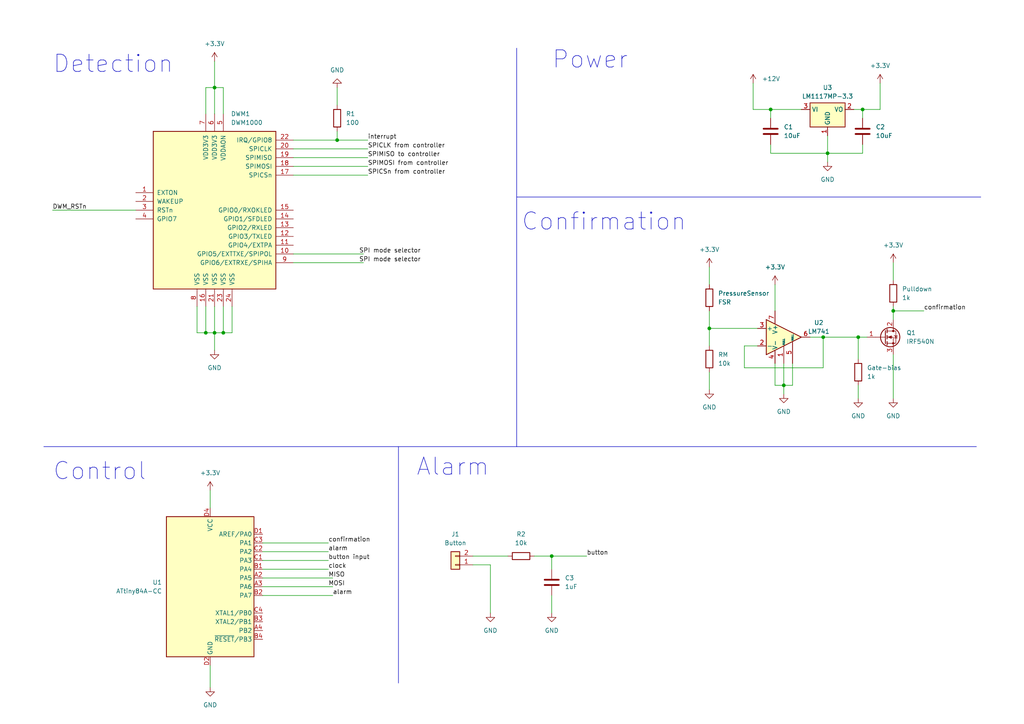
<source format=kicad_sch>
(kicad_sch (version 20230121) (generator eeschema)
  (paper "A4")
  (lib_symbols
    (symbol "Amplifier_Operational:LM741" (pin_names (offset 0.127))
      (property "Reference" "U" (at 0 6.35 0))
      (property "Value" "LM741" (at 0 3.81 0))
      (symbol "LM741_0_1"
        (polyline (pts (xy -5.08 5.08) (xy 5.08 0) (xy -5.08 -5.08) (xy -5.08 5.08)) (stroke (width 0.254)) (fill (type background)))
      )
      (symbol "LM741_1_1"
        (pin input line (at 0 -7.62 90) (length 5.08) (name "NULL") (number "1"))
        (pin input line (at -7.62 -2.54 0) (length 2.54) (name "-") (number "2"))
        (pin input line (at -7.62 2.54 0) (length 2.54) (name "+") (number "3"))
        (pin power_in line (at -2.54 -7.62 90) (length 3.81) (name "V-") (number "4"))
        (pin input line (at 2.54 -7.62 90) (length 6.35) (name "NULL") (number "5"))
        (pin output line (at 7.62 0 180) (length 2.54) (name "~") (number "6"))
        (pin power_in line (at -2.54 7.62 270) (length 3.81) (name "V+") (number "7"))
        (pin no_connect line (at 0 2.54 270) (length 2.54) hide (name "NC") (number "8"))
      )
    )
    (symbol "Connector_Generic:Conn_01x02" (pin_names (offset 1.016) hide)
      (property "Reference" "J" (at 0 2.54 0))
      (property "Value" "Conn_01x02" (at 0 -5.08 0))
      (symbol "Conn_01x02_1_1"
        (rectangle (start -1.27 -2.413) (end 0 -2.667) (stroke (width 0.1524)))
        (rectangle (start -1.27 0.127) (end 0 -0.127) (stroke (width 0.1524)))
        (rectangle (start -1.27 1.27) (end 1.27 -3.81) (stroke (width 0.254)) (fill (type background)))
        (pin passive line (at -5.08 0 0) (length 3.81) (name "Pin_1") (number "1"))
        (pin passive line (at -5.08 -2.54 0) (length 3.81) (name "Pin_2") (number "2"))
      )
    )
    (symbol "Device:C" (pin_numbers hide) (pin_names (offset 0.254))
      (property "Reference" "C" (at 0.635 2.54 0))
      (property "Value" "C" (at 0.635 -2.54 0))
      (symbol "C_0_1"
        (polyline (pts (xy -2.032 -0.762) (xy 2.032 -0.762)) (stroke (width 0.508)))
        (polyline (pts (xy -2.032 0.762) (xy 2.032 0.762)) (stroke (width 0.508)))
      )
      (symbol "C_1_1"
        (pin passive line (at 0 3.81 270) (length 2.794) (name "~") (number "1"))
        (pin passive line (at 0 -3.81 90) (length 2.794) (name "~") (number "2"))
      )
    )
    (symbol "Device:R" (pin_numbers hide) (pin_names (offset 0))
      (property "Reference" "R" (at 2.032 0 90))
      (property "Value" "R" (at 0 0 90))
      (symbol "R_0_1"
        (rectangle (start -1.016 -2.54) (end 1.016 2.54) (stroke (width 0.254)))
      )
      (symbol "R_1_1"
        (pin passive line (at 0 3.81 270) (length 1.27) (name "~") (number "1"))
        (pin passive line (at 0 -3.81 90) (length 1.27) (name "~") (number "2"))
      )
    )
    (symbol "MCU_Microchip_ATtiny:ATtiny84A-CC"
      (property "Reference" "U" (at -12.7 21.59 0))
      (property "Value" "ATtiny84A-CC" (at 2.54 -21.59 0))
      (symbol "ATtiny84A-CC_0_1"
        (rectangle (start -12.7 -20.32) (end 12.7 20.32) (stroke (width 0.254)) (fill (type background)))
      )
      (symbol "ATtiny84A-CC_1_1"
        (pin bidirectional line (at 15.24 2.54 180) (length 2.54) (name "PA5") (number "A2"))
        (pin bidirectional line (at 15.24 0 180) (length 2.54) (name "PA6") (number "A3"))
        (pin bidirectional line (at 15.24 -12.7 180) (length 2.54) (name "PB2") (number "A4"))
        (pin bidirectional line (at 15.24 5.08 180) (length 2.54) (name "PA4") (number "B1"))
        (pin bidirectional line (at 15.24 -2.54 180) (length 2.54) (name "PA7") (number "B2"))
        (pin bidirectional line (at 15.24 -10.16 180) (length 2.54) (name "XTAL2/PB1") (number "B3"))
        (pin bidirectional line (at 15.24 -15.24 180) (length 2.54) (name "~{RESET}/PB3") (number "B4"))
        (pin bidirectional line (at 15.24 7.62 180) (length 2.54) (name "PA3") (number "C1"))
        (pin bidirectional line (at 15.24 10.16 180) (length 2.54) (name "PA2") (number "C2"))
        (pin bidirectional line (at 15.24 12.7 180) (length 2.54) (name "PA1") (number "C3"))
        (pin bidirectional line (at 15.24 -7.62 180) (length 2.54) (name "XTAL1/PB0") (number "C4"))
        (pin bidirectional line (at 15.24 15.24 180) (length 2.54) (name "AREF/PA0") (number "D1"))
        (pin power_in line (at 0 -22.86 90) (length 2.54) (name "GND") (number "D2"))
        (pin passive line (at 0 -22.86 90) (length 2.54) hide (name "GND") (number "D3"))
        (pin power_in line (at 0 22.86 270) (length 2.54) (name "VCC") (number "D4"))
      )
    )
    (symbol "RF_Module:DWM1000" (pin_names (offset 1.016))
      (property "Reference" "DWM" (at 7.62 25.4 0))
      (property "Value" "DWM1000" (at 1.27 3.81 0))
      (symbol "DWM1000_0_1"
        (rectangle (start 17.78 22.86) (end -17.78 -22.86) (stroke (width 0.254)) (fill (type background)))
      )
      (symbol "DWM1000_1_1"
        (pin output line (at -22.86 5.08 0) (length 5.08) (name "EXTON") (number "1"))
        (pin bidirectional line (at 22.86 -12.7 180) (length 5.08) (name "GPIO5/EXTTXE/SPIPOL") (number "10"))
        (pin bidirectional line (at 22.86 -10.16 180) (length 5.08) (name "GPIO4/EXTPA") (number "11"))
        (pin bidirectional line (at 22.86 -7.62 180) (length 5.08) (name "GPIO3/TXLED") (number "12"))
        (pin bidirectional line (at 22.86 -5.08 180) (length 5.08) (name "GPIO2/RXLED") (number "13"))
        (pin bidirectional line (at 22.86 -2.54 180) (length 5.08) (name "GPIO1/SFDLED") (number "14"))
        (pin bidirectional line (at 22.86 0 180) (length 5.08) (name "GPIO0/RXOKLED") (number "15"))
        (pin power_in line (at -2.54 -27.94 90) (length 5.08) (name "VSS") (number "16"))
        (pin input line (at 22.86 10.16 180) (length 5.08) (name "SPICSn") (number "17"))
        (pin input line (at 22.86 12.7 180) (length 5.08) (name "SPIMOSI") (number "18"))
        (pin output line (at 22.86 15.24 180) (length 5.08) (name "SPIMISO") (number "19"))
        (pin bidirectional line (at -22.86 2.54 0) (length 5.08) (name "WAKEUP") (number "2"))
        (pin input line (at 22.86 17.78 180) (length 5.08) (name "SPICLK") (number "20"))
        (pin power_in line (at 0 -27.94 90) (length 5.08) (name "VSS") (number "21"))
        (pin bidirectional line (at 22.86 20.32 180) (length 5.08) (name "IRQ/GPIO8") (number "22"))
        (pin power_in line (at 2.54 -27.94 90) (length 5.08) (name "VSS") (number "23"))
        (pin power_in line (at 5.08 -27.94 90) (length 5.08) (name "VSS") (number "24"))
        (pin bidirectional line (at -22.86 0 0) (length 5.08) (name "RSTn") (number "3"))
        (pin bidirectional line (at -22.86 -2.54 0) (length 5.08) (name "GPIO7") (number "4"))
        (pin power_in line (at 2.54 27.94 270) (length 5.08) (name "VDDAON") (number "5"))
        (pin power_in line (at 0 27.94 270) (length 5.08) (name "VDD3V3") (number "6"))
        (pin power_in line (at -2.54 27.94 270) (length 5.08) (name "VDD3V3") (number "7"))
        (pin power_in line (at -5.08 -27.94 90) (length 5.08) (name "VSS") (number "8"))
        (pin bidirectional line (at 22.86 -15.24 180) (length 5.08) (name "GPIO6/EXTRXE/SPIHA") (number "9"))
      )
    )
    (symbol "Regulator_Linear:LM1117MP-3.3"
      (property "Reference" "U" (at -3.81 3.175 0))
      (property "Value" "LM1117MP-3.3" (at 0 3.175 0))
      (symbol "LM1117MP-3.3_0_1"
        (rectangle (start -5.08 -5.08) (end 5.08 1.905) (stroke (width 0.254)) (fill (type background)))
      )
      (symbol "LM1117MP-3.3_1_1"
        (pin power_in line (at 0 -7.62 90) (length 2.54) (name "GND") (number "1"))
        (pin power_out line (at 7.62 0 180) (length 2.54) (name "VO") (number "2"))
        (pin power_in line (at -7.62 0 0) (length 2.54) (name "VI") (number "3"))
      )
    )
    (symbol "Transistor_FET:IRF540N" (pin_names hide)
      (property "Reference" "Q" (at 5.08 1.905 0))
      (property "Value" "IRF540N" (at 5.08 0 0))
      (symbol "IRF540N_0_1"
        (polyline (pts (xy 0.254 0) (xy -2.54 0)))
        (polyline (pts (xy 0.254 1.905) (xy 0.254 -1.905)) (stroke (width 0.254)))
        (polyline (pts (xy 0.762 -1.27) (xy 0.762 -2.286)) (stroke (width 0.254)))
        (polyline (pts (xy 0.762 0.508) (xy 0.762 -0.508)) (stroke (width 0.254)))
        (polyline (pts (xy 0.762 2.286) (xy 0.762 1.27)) (stroke (width 0.254)))
        (polyline (pts (xy 2.54 2.54) (xy 2.54 1.778)))
        (polyline (pts (xy 2.54 -2.54) (xy 2.54 0) (xy 0.762 0)))
        (polyline (pts (xy 0.762 -1.778) (xy 3.302 -1.778) (xy 3.302 1.778) (xy 0.762 1.778)))
        (polyline (pts (xy 1.016 0) (xy 2.032 0.381) (xy 2.032 -0.381) (xy 1.016 0)) (fill (type outline)))
        (polyline (pts (xy 2.794 0.508) (xy 2.921 0.381) (xy 3.683 0.381) (xy 3.81 0.254)))
        (polyline (pts (xy 3.302 0.381) (xy 2.921 -0.254) (xy 3.683 -0.254) (xy 3.302 0.381)))
        (circle (center 1.651 0) (radius 2.794) (stroke (width 0.254)))
        (circle (center 2.54 -1.778) (radius 0.254) (fill (type outline)))
        (circle (center 2.54 1.778) (radius 0.254) (fill (type outline)))
      )
      (symbol "IRF540N_1_1"
        (pin input line (at -5.08 0 0) (length 2.54) (name "G") (number "1"))
        (pin passive line (at 2.54 5.08 270) (length 2.54) (name "D") (number "2"))
        (pin passive line (at 2.54 -5.08 90) (length 2.54) (name "S") (number "3"))
      )
    )
    (symbol "power:+12V" (power) (pin_names (offset 0))
      (property "Value" "+12V" (at 0 3.556 0))
      (symbol "+12V_0_1"
        (polyline (pts (xy -0.762 1.27) (xy 0 2.54)))
        (polyline (pts (xy 0 0) (xy 0 2.54)))
        (polyline (pts (xy 0 2.54) (xy 0.762 1.27)))
      )
      (symbol "+12V_1_1"
        (pin power_in line (at 0 0 90) (length 0) hide (name "+12V") (number "1"))
      )
    )
    (symbol "power:+3.3V" (power) (pin_names (offset 0))
      (property "Value" "+3.3V" (at 0 3.556 0))
      (symbol "+3.3V_0_1"
        (polyline (pts (xy -0.762 1.27) (xy 0 2.54)))
        (polyline (pts (xy 0 0) (xy 0 2.54)))
        (polyline (pts (xy 0 2.54) (xy 0.762 1.27)))
      )
      (symbol "+3.3V_1_1"
        (pin power_in line (at 0 0 90) (length 0) hide (name "+3.3V") (number "1"))
      )
    )
    (symbol "power:GND" (power) (pin_names (offset 0))
      (property "Value" "GND" (at 0 -3.81 0))
      (symbol "GND_0_1"
        (polyline (pts (xy 0 0) (xy 0 -1.27) (xy 1.27 -1.27) (xy 0 -2.54) (xy -1.27 -1.27) (xy 0 -1.27)))
      )
      (symbol "GND_1_1"
        (pin power_in line (at 0 0 270) (length 0) hide (name "GND") (number "1"))
      )
    )
  )
  (junction (at 240.03 44.45))
  (junction (at 97.79 40.64))
  (junction (at 259.08 90.17))
  (junction (at 248.92 97.79))
  (junction (at 62.23 25.4))
  (junction (at 64.77 96.52))
  (junction (at 205.74 95.25))
  (junction (at 238.76 97.79))
  (junction (at 59.69 96.52))
  (junction (at 62.23 96.52))
  (junction (at 160.02 161.29))
  (junction (at 227.33 111.76))
  (junction (at 250.19 31.75))
  (junction (at 223.52 31.75))
  (wire (pts (xy 247.65 31.75) (xy 250.19 31.75)))
  (wire (pts (xy 15.24 60.96) (xy 39.37 60.96)))
  (wire (pts (xy 97.79 38.1) (xy 97.79 40.64)))
  (wire (pts (xy 205.74 95.25) (xy 205.74 100.33)))
  (wire (pts (xy 154.94 161.29) (xy 160.02 161.29)))
  (polyline (pts (xy 149.86 13.97) (xy 149.86 129.54)))
  (wire (pts (xy 76.2 172.72) (xy 96.52 172.72)))
  (wire (pts (xy 64.77 96.52) (xy 67.31 96.52)))
  (wire (pts (xy 218.44 31.75) (xy 223.52 31.75)))
  (wire (pts (xy 227.33 105.41) (xy 227.33 111.76)))
  (wire (pts (xy 142.24 163.83) (xy 142.24 177.8)))
  (wire (pts (xy 224.79 105.41) (xy 224.79 111.76)))
  (wire (pts (xy 97.79 25.4) (xy 97.79 30.48)))
  (wire (pts (xy 76.2 167.64) (xy 96.52 167.64)))
  (wire (pts (xy 248.92 111.76) (xy 248.92 115.57)))
  (wire (pts (xy 57.15 96.52) (xy 59.69 96.52)))
  (polyline (pts (xy 149.86 57.15) (xy 284.48 57.15)))
  (wire (pts (xy 76.2 160.02) (xy 95.25 160.02)))
  (wire (pts (xy 205.74 77.47) (xy 205.74 82.55)))
  (wire (pts (xy 259.08 102.87) (xy 259.08 115.57)))
  (wire (pts (xy 224.79 82.55) (xy 224.79 90.17)))
  (wire (pts (xy 234.95 97.79) (xy 238.76 97.79)))
  (wire (pts (xy 238.76 97.79) (xy 238.76 106.68)))
  (wire (pts (xy 240.03 39.37) (xy 240.03 44.45)))
  (wire (pts (xy 227.33 111.76) (xy 229.87 111.76)))
  (wire (pts (xy 205.74 95.25) (xy 219.71 95.25)))
  (wire (pts (xy 62.23 88.9) (xy 62.23 96.52)))
  (wire (pts (xy 215.9 100.33) (xy 215.9 106.68)))
  (wire (pts (xy 240.03 44.45) (xy 240.03 46.99)))
  (wire (pts (xy 59.69 25.4) (xy 62.23 25.4)))
  (polyline (pts (xy 12.7 129.54) (xy 283.21 129.54)))
  (wire (pts (xy 85.09 40.64) (xy 97.79 40.64)))
  (wire (pts (xy 205.74 90.17) (xy 205.74 95.25)))
  (wire (pts (xy 215.9 100.33) (xy 219.71 100.33)))
  (wire (pts (xy 64.77 25.4) (xy 64.77 33.02)))
  (wire (pts (xy 160.02 172.72) (xy 160.02 177.8)))
  (wire (pts (xy 259.08 88.9) (xy 259.08 90.17)))
  (wire (pts (xy 229.87 105.41) (xy 229.87 111.76)))
  (wire (pts (xy 64.77 88.9) (xy 64.77 96.52)))
  (wire (pts (xy 224.79 111.76) (xy 227.33 111.76)))
  (wire (pts (xy 223.52 41.91) (xy 223.52 44.45)))
  (wire (pts (xy 85.09 50.8) (xy 106.68 50.8)))
  (wire (pts (xy 59.69 88.9) (xy 59.69 96.52)))
  (wire (pts (xy 259.08 90.17) (xy 267.97 90.17)))
  (wire (pts (xy 259.08 76.2) (xy 259.08 81.28)))
  (wire (pts (xy 60.96 193.04) (xy 60.96 199.39)))
  (polyline (pts (xy 115.57 129.54) (xy 115.57 198.12)))
  (wire (pts (xy 57.15 88.9) (xy 57.15 96.52)))
  (wire (pts (xy 62.23 17.78) (xy 62.23 25.4)))
  (wire (pts (xy 85.09 43.18) (xy 106.68 43.18)))
  (wire (pts (xy 67.31 88.9) (xy 67.31 96.52)))
  (wire (pts (xy 227.33 111.76) (xy 227.33 114.3)))
  (wire (pts (xy 250.19 31.75) (xy 250.19 34.29)))
  (wire (pts (xy 240.03 44.45) (xy 250.19 44.45)))
  (wire (pts (xy 255.27 24.13) (xy 255.27 31.75)))
  (wire (pts (xy 160.02 161.29) (xy 160.02 165.1)))
  (wire (pts (xy 62.23 25.4) (xy 64.77 25.4)))
  (wire (pts (xy 59.69 96.52) (xy 62.23 96.52)))
  (wire (pts (xy 62.23 25.4) (xy 62.23 33.02)))
  (wire (pts (xy 59.69 25.4) (xy 59.69 33.02)))
  (wire (pts (xy 85.09 76.2) (xy 105.41 76.2)))
  (wire (pts (xy 62.23 96.52) (xy 64.77 96.52)))
  (wire (pts (xy 238.76 97.79) (xy 248.92 97.79)))
  (wire (pts (xy 223.52 31.75) (xy 223.52 34.29)))
  (wire (pts (xy 76.2 165.1) (xy 95.25 165.1)))
  (wire (pts (xy 248.92 97.79) (xy 248.92 104.14)))
  (wire (pts (xy 215.9 106.68) (xy 238.76 106.68)))
  (wire (pts (xy 250.19 31.75) (xy 255.27 31.75)))
  (wire (pts (xy 85.09 45.72) (xy 106.68 45.72)))
  (wire (pts (xy 85.09 48.26) (xy 106.68 48.26)))
  (wire (pts (xy 85.09 73.66) (xy 105.41 73.66)))
  (wire (pts (xy 248.92 97.79) (xy 251.46 97.79)))
  (wire (pts (xy 97.79 40.64) (xy 106.68 40.64)))
  (wire (pts (xy 137.16 161.29) (xy 147.32 161.29)))
  (wire (pts (xy 76.2 162.56) (xy 95.25 162.56)))
  (wire (pts (xy 76.2 170.18) (xy 96.52 170.18)))
  (wire (pts (xy 218.44 24.13) (xy 218.44 31.75)))
  (wire (pts (xy 62.23 96.52) (xy 62.23 101.6)))
  (wire (pts (xy 259.08 90.17) (xy 259.08 92.71)))
  (wire (pts (xy 160.02 161.29) (xy 170.18 161.29)))
  (wire (pts (xy 137.16 163.83) (xy 142.24 163.83)))
  (wire (pts (xy 76.2 157.48) (xy 95.25 157.48)))
  (wire (pts (xy 205.74 107.95) (xy 205.74 113.03)))
  (wire (pts (xy 60.96 142.24) (xy 60.96 147.32)))
  (wire (pts (xy 223.52 31.75) (xy 232.41 31.75)))
  (wire (pts (xy 223.52 44.45) (xy 240.03 44.45)))
  (wire (pts (xy 250.19 41.91) (xy 250.19 44.45)))
  (text "Power" (at 160.02 20.32 0) (effects (font (size 5 5)) (justify left bottom)))
  (text "Detection" (at 15.24 21.59 0) (effects (font (size 5 5)) (justify left bottom)))
  (text "Alarm" (at 120.65 138.43 0) (effects (font (size 5 5)) (justify left bottom)))
  (text "Control" (at 15.24 139.7 0) (effects (font (size 5 5)) (justify left bottom)))
  (text "Confirmation" (at 151.13 67.31 0) (effects (font (size 5 5)) (justify left bottom)))
  (label "alarm" (at 95.25 160.02 0))
  (label "confirmation" (at 267.97 90.17 0))
  (label "DWM_RSTn" (at 15.24 60.96 0))
  (label "button input" (at 95.25 162.56 0))
  (label "alarm" (at 96.52 172.72 0))
  (label "interrupt" (at 106.68 40.64 0))
  (label "SPI mode selector" (at 104.14 76.2 0))
  (label "SPI mode selector" (at 104.14 73.66 0))
  (label "confirmation" (at 95.25 157.48 0))
  (label "SPIMISO to controller" (at 106.68 45.72 0))
  (label "MOSI" (at 95.25 170.18 0))
  (label "SPICSn from controller" (at 106.68 50.8 0))
  (label "SPIMOSI from controller" (at 106.68 48.26 0))
  (label "button" (at 170.18 161.29 0))
  (label "clock" (at 95.25 165.1 0))
  (label "SPICLK from controller" (at 106.68 43.18 0))
  (label "MISO" (at 95.25 167.64 0))
  (symbol (lib_id "power:GND") (at 142.24 177.8 0) (unit 1)
    (property "Reference" "#PWR016" (effects hide))
    (property "Value" "GND" (at 142.24 182.88 0))
  )
  (symbol (lib_id "power:+3.3V") (at 224.79 82.55 0) (unit 1)
    (property "Reference" "#PWR04" (effects hide))
    (property "Value" "+3.3V" (at 224.79 77.47 0))
  )
  (symbol (lib_id "Device:R") (at 97.79 34.29 0) (unit 1)
    (property "Reference" "R1" (at 100.33 33.02 0) (effects (justify left)))
    (property "Value" "100" (at 100.33 35.56 0) (effects (justify left)))
  )
  (symbol (lib_id "power:GND") (at 227.33 114.3 0) (unit 1)
    (property "Reference" "#PWR05" (effects hide))
    (property "Value" "GND" (at 227.33 119.38 0))
  )
  (symbol (lib_id "Device:R") (at 151.13 161.29 90) (unit 1)
    (property "Reference" "R2" (at 151.13 154.94 90))
    (property "Value" "10k" (at 151.13 157.48 90))
  )
  (symbol (lib_id "Transistor_FET:IRF540N") (at 256.54 97.79 0) (unit 1)
    (property "Reference" "Q1" (at 262.89 96.52 0) (effects (justify left)))
    (property "Value" "IRF540N" (at 262.89 99.06 0) (effects (justify left)))
    (property "Footprint" "Package_TO_SOT_THT:TO-220-3_Vertical" (effects hide))
    (property "Datasheet" "http://www.irf.com/product-info/datasheets/data/irf540n.pdf" (effects hide))
  )
  (symbol (lib_id "Device:R") (at 259.08 85.09 0) (unit 1)
    (property "Reference" "Pulldown" (at 261.62 83.82 0) (effects (justify left)))
    (property "Value" "1k" (at 261.62 86.36 0) (effects (justify left)))
  )
  (symbol (lib_id "power:GND") (at 62.23 101.6 0) (unit 1)
    (property "Reference" "#PWR012" (effects hide))
    (property "Value" "GND" (at 62.23 106.68 0))
  )
  (symbol (lib_id "Connector_Generic:Conn_01x02") (at 132.08 163.83 180) (unit 1)
    (property "Reference" "J1" (at 132.08 154.94 0))
    (property "Value" "Button" (at 132.08 157.48 0))
  )
  (symbol (lib_id "power:+3.3V") (at 205.74 77.47 0) (unit 1)
    (property "Reference" "#PWR07" (effects hide))
    (property "Value" "+3.3V" (at 205.74 72.39 0))
  )
  (symbol (lib_id "power:+12V") (at 218.44 24.13 0) (unit 1)
    (property "Reference" "#PWR03" (effects hide))
    (property "Value" "+12V" (at 220.98 22.86 0) (effects (justify left)))
  )
  (symbol (lib_id "power:GND") (at 160.02 177.8 0) (unit 1)
    (property "Reference" "#PWR017" (effects hide))
    (property "Value" "GND" (at 160.02 182.88 0))
  )
  (symbol (lib_id "MCU_Microchip_ATtiny:ATtiny84A-CC") (at 60.96 170.18 0) (unit 1)
    (property "Reference" "U1" (at 46.99 168.91 0) (effects (justify right)))
    (property "Value" "ATtiny84A-CC" (at 46.99 171.45 0) (effects (justify right)))
    (property "Footprint" "Package_BGA:UFBGA-15_3.0x3.0mm_Layout4x4_P0.65mm" (effects hide))
    (property "Datasheet" "http://ww1.microchip.com/downloads/en/DeviceDoc/doc8183.pdf" (effects hide))
  )
  (symbol (lib_id "power:+3.3V") (at 60.96 142.24 0) (unit 1)
    (property "Reference" "#PWR014" (effects hide))
    (property "Value" "+3.3V" (at 60.96 137.16 0))
  )
  (symbol (lib_id "power:+3.3V") (at 259.08 76.2 0) (unit 1)
    (property "Reference" "#PWR09" (effects hide))
    (property "Value" "+3.3V" (at 259.08 71.12 0))
  )
  (symbol (lib_id "power:GND") (at 248.92 115.57 0) (unit 1)
    (property "Reference" "#PWR08" (effects hide))
    (property "Value" "GND" (at 248.92 120.65 0))
  )
  (symbol (lib_id "Device:C") (at 160.02 168.91 0) (unit 1)
    (property "Reference" "C3" (at 163.83 167.64 0) (effects (justify left)))
    (property "Value" "1uF" (at 163.83 170.18 0) (effects (justify left)))
  )
  (symbol (lib_id "power:GND") (at 240.03 46.99 0) (unit 1)
    (property "Reference" "#PWR02" (effects hide))
    (property "Value" "GND" (at 240.03 52.07 0))
  )
  (symbol (lib_id "power:GND") (at 205.74 113.03 0) (unit 1)
    (property "Reference" "#PWR06" (effects hide))
    (property "Value" "GND" (at 205.74 118.11 0))
  )
  (symbol (lib_id "Device:C") (at 250.19 38.1 180) (unit 1)
    (property "Reference" "C2" (at 254 36.83 0) (effects (justify right)))
    (property "Value" "10uF" (at 254 39.37 0) (effects (justify right)))
  )
  (symbol (lib_id "Device:R") (at 205.74 104.14 0) (unit 1)
    (property "Reference" "RM" (at 208.28 102.87 0) (effects (justify left)))
    (property "Value" "10k" (at 208.28 105.41 0) (effects (justify left)))
  )
  (symbol (lib_id "Amplifier_Operational:LM741") (at 227.33 97.79 0) (unit 1)
    (property "Reference" "U2" (at 237.49 93.5991 0))
    (property "Value" "LM741" (at 237.49 96.1391 0))
    (property "Datasheet" "http://www.ti.com/lit/ds/symlink/lm741.pdf" (effects hide))
  )
  (symbol (lib_id "RF_Module:DWM1000") (at 62.23 60.96 0) (unit 1)
    (property "Reference" "DWM1" (at 66.9641 33.02 0) (effects (justify left)))
    (property "Value" "DWM1000" (at 66.9641 35.56 0) (effects (justify left)))
    (property "Footprint" "RF_Module:DWM1000" (effects hide))
    (property "Datasheet" "https://www.decawave.com/sites/default/files/resources/dwm1000-datasheet-v1.3.pdf" (effects hide))
  )
  (symbol (lib_id "Device:C") (at 223.52 38.1 0) (unit 1)
    (property "Reference" "C1" (at 227.33 36.83 0) (effects (justify left)))
    (property "Value" "10uF" (at 227.33 39.37 0) (effects (justify left)))
  )
  (symbol (lib_id "power:GND") (at 60.96 199.39 0) (unit 1)
    (property "Reference" "#PWR015" (effects hide))
    (property "Value" "GND" (at 60.96 204.47 0))
  )
  (symbol (lib_id "power:GND") (at 97.79 25.4 180) (unit 1)
    (property "Reference" "#PWR013" (effects hide))
    (property "Value" "GND" (at 97.79 20.32 0))
  )
  (symbol (lib_id "power:+3.3V") (at 62.23 17.78 0) (unit 1)
    (property "Reference" "#PWR011" (effects hide))
    (property "Value" "+3.3V" (at 62.23 12.7 0))
  )
  (symbol (lib_id "Device:R") (at 205.74 86.36 0) (unit 1)
    (property "Reference" "PressureSensor" (at 208.28 85.09 0) (effects (justify left)))
    (property "Value" "FSR" (at 208.28 87.63 0) (effects (justify left)))
  )
  (symbol (lib_id "power:GND") (at 259.08 115.57 0) (unit 1)
    (property "Reference" "#PWR010" (effects hide))
    (property "Value" "GND" (at 259.08 120.65 0))
  )
  (symbol (lib_id "power:+3.3V") (at 255.27 24.13 0) (unit 1)
    (property "Reference" "#PWR01" (effects hide))
    (property "Value" "+3.3V" (at 255.27 19.05 0))
  )
  (symbol (lib_id "Device:R") (at 248.92 107.95 0) (unit 1)
    (property "Reference" "Gate-bias" (at 251.46 106.68 0) (effects (justify left)))
    (property "Value" "1k" (at 251.46 109.22 0) (effects (justify left)))
  )
  (symbol (lib_id "Regulator_Linear:LM1117MP-3.3") (at 240.03 31.75 0) (unit 1)
    (property "Reference" "U3" (at 240.03 25.4 0))
    (property "Value" "LM1117MP-3.3" (at 240.03 27.94 0))
    (property "Footprint" "Package_TO_SOT_SMD:SOT-223-3_TabPin2" (effects hide))
    (property "Datasheet" "http://www.ti.com/lit/ds/symlink/lm1117.pdf" (effects hide))
  )
)
</source>
